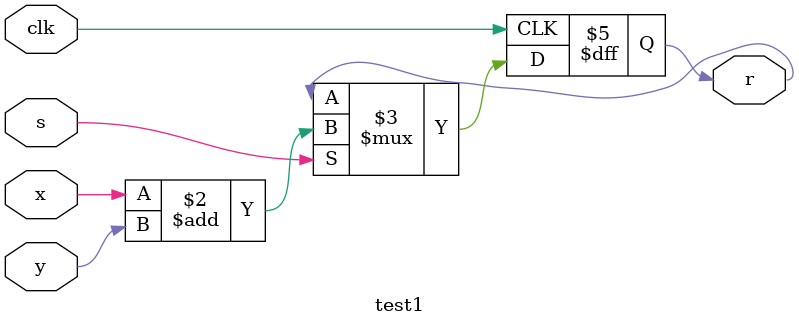
<source format=v>
module test1(input x, y, input s, input clk, output r);
	reg r;
	always @(posedge clk)
		if(s) r <= x+y;
endmodule

</source>
